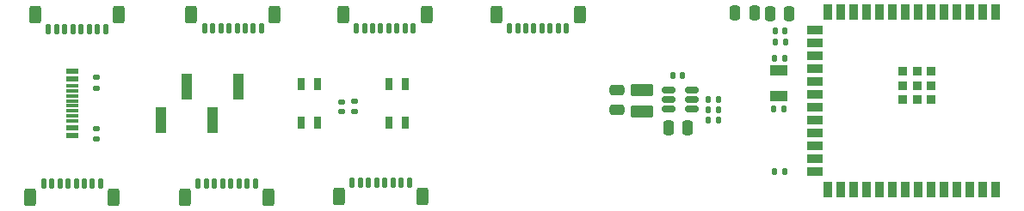
<source format=gbr>
%TF.GenerationSoftware,KiCad,Pcbnew,7.0.10+1*%
%TF.CreationDate,2024-03-12T12:47:15+01:00*%
%TF.ProjectId,Receiver-A1,52656365-6976-4657-922d-41312e6b6963,rev?*%
%TF.SameCoordinates,Original*%
%TF.FileFunction,Paste,Top*%
%TF.FilePolarity,Positive*%
%FSLAX46Y46*%
G04 Gerber Fmt 4.6, Leading zero omitted, Abs format (unit mm)*
G04 Created by KiCad (PCBNEW 7.0.10+1) date 2024-03-12 12:47:15*
%MOMM*%
%LPD*%
G01*
G04 APERTURE LIST*
G04 Aperture macros list*
%AMRoundRect*
0 Rectangle with rounded corners*
0 $1 Rounding radius*
0 $2 $3 $4 $5 $6 $7 $8 $9 X,Y pos of 4 corners*
0 Add a 4 corners polygon primitive as box body*
4,1,4,$2,$3,$4,$5,$6,$7,$8,$9,$2,$3,0*
0 Add four circle primitives for the rounded corners*
1,1,$1+$1,$2,$3*
1,1,$1+$1,$4,$5*
1,1,$1+$1,$6,$7*
1,1,$1+$1,$8,$9*
0 Add four rect primitives between the rounded corners*
20,1,$1+$1,$2,$3,$4,$5,0*
20,1,$1+$1,$4,$5,$6,$7,0*
20,1,$1+$1,$6,$7,$8,$9,0*
20,1,$1+$1,$8,$9,$2,$3,0*%
G04 Aperture macros list end*
%ADD10RoundRect,0.125000X0.125000X0.425000X-0.125000X0.425000X-0.125000X-0.425000X0.125000X-0.425000X0*%
%ADD11RoundRect,0.250000X0.350000X0.600000X-0.350000X0.600000X-0.350000X-0.600000X0.350000X-0.600000X0*%
%ADD12RoundRect,0.140000X-0.170000X0.140000X-0.170000X-0.140000X0.170000X-0.140000X0.170000X0.140000X0*%
%ADD13RoundRect,0.250000X0.475000X-0.250000X0.475000X0.250000X-0.475000X0.250000X-0.475000X-0.250000X0*%
%ADD14RoundRect,0.250000X-0.350000X-0.600000X0.350000X-0.600000X0.350000X0.600000X-0.350000X0.600000X0*%
%ADD15RoundRect,0.125000X-0.125000X-0.425000X0.125000X-0.425000X0.125000X0.425000X-0.125000X0.425000X0*%
%ADD16RoundRect,0.140000X-0.140000X-0.170000X0.140000X-0.170000X0.140000X0.170000X-0.140000X0.170000X0*%
%ADD17RoundRect,0.250000X0.250000X0.475000X-0.250000X0.475000X-0.250000X-0.475000X0.250000X-0.475000X0*%
%ADD18RoundRect,0.250000X0.850000X-0.375000X0.850000X0.375000X-0.850000X0.375000X-0.850000X-0.375000X0*%
%ADD19RoundRect,0.135000X0.135000X0.185000X-0.135000X0.185000X-0.135000X-0.185000X0.135000X-0.185000X0*%
%ADD20RoundRect,0.135000X-0.185000X0.135000X-0.185000X-0.135000X0.185000X-0.135000X0.185000X0.135000X0*%
%ADD21RoundRect,0.150000X-0.512500X-0.150000X0.512500X-0.150000X0.512500X0.150000X-0.512500X0.150000X0*%
%ADD22R,1.150000X0.600000*%
%ADD23R,1.150000X0.300000*%
%ADD24RoundRect,0.140000X0.140000X0.170000X-0.140000X0.170000X-0.140000X-0.170000X0.140000X-0.170000X0*%
%ADD25R,0.800000X1.225000*%
%ADD26RoundRect,0.250000X-0.250000X-0.475000X0.250000X-0.475000X0.250000X0.475000X-0.250000X0.475000X0*%
%ADD27RoundRect,0.135000X-0.135000X-0.185000X0.135000X-0.185000X0.135000X0.185000X-0.135000X0.185000X0*%
%ADD28R,1.800000X1.000000*%
%ADD29R,1.000000X2.510000*%
%ADD30R,0.900000X1.500000*%
%ADD31R,1.500000X0.900000*%
%ADD32R,0.900000X0.900000*%
%ADD33RoundRect,0.135000X0.185000X-0.135000X0.185000X0.135000X-0.185000X0.135000X-0.185000X-0.135000X0*%
G04 APERTURE END LIST*
D10*
%TO.C,J1*%
X90625000Y-68795000D03*
X89825000Y-68795000D03*
X89025000Y-68795000D03*
X88225000Y-68795000D03*
X87425000Y-68795000D03*
X86625000Y-68795000D03*
X85825000Y-68795000D03*
X85025000Y-68795000D03*
D11*
X91925000Y-70195000D03*
X83725000Y-70195000D03*
%TD*%
D12*
%TO.C,C3*%
X84005000Y-60835000D03*
X84005000Y-61795000D03*
%TD*%
D13*
%TO.C,C7*%
X111085000Y-59695000D03*
X111085000Y-61595000D03*
%TD*%
D14*
%TO.C,J2*%
X92325000Y-52225000D03*
X84125000Y-52225000D03*
D15*
X91025000Y-53625000D03*
X90225000Y-53625000D03*
X89425000Y-53625000D03*
X88625000Y-53625000D03*
X87825000Y-53625000D03*
X87025000Y-53625000D03*
X86225000Y-53625000D03*
X85425000Y-53625000D03*
%TD*%
D16*
%TO.C,C5*%
X126635000Y-53875000D03*
X127595000Y-53875000D03*
%TD*%
D17*
%TO.C,C6*%
X116125000Y-63415000D03*
X118025000Y-63415000D03*
%TD*%
D18*
%TO.C,L1*%
X113565000Y-59680000D03*
X113565000Y-61830000D03*
%TD*%
D19*
%TO.C,R5*%
X127585000Y-67695000D03*
X126565000Y-67695000D03*
%TD*%
D20*
%TO.C,R1*%
X85215000Y-60785000D03*
X85215000Y-61805000D03*
%TD*%
D21*
%TO.C,U1*%
X118422500Y-59685000D03*
X118422500Y-60635000D03*
X118422500Y-61585000D03*
X116147500Y-61585000D03*
X116147500Y-60635000D03*
X116147500Y-59685000D03*
%TD*%
D19*
%TO.C,R4*%
X127655000Y-54925000D03*
X126635000Y-54925000D03*
%TD*%
D22*
%TO.C,J6*%
X57445000Y-57800000D03*
X57445000Y-58600000D03*
D23*
X57440000Y-59750000D03*
X57440000Y-60750000D03*
X57440000Y-61250000D03*
X57440000Y-59250000D03*
D22*
X57445000Y-63400000D03*
X57445000Y-64200000D03*
D23*
X57440000Y-62750000D03*
X57440000Y-61750000D03*
X57440000Y-60250000D03*
X57440000Y-62250000D03*
%TD*%
D24*
%TO.C,C1*%
X127565000Y-56515000D03*
X126605000Y-56515000D03*
%TD*%
D25*
%TO.C,SW1*%
X79965000Y-62912500D03*
X79965000Y-59087500D03*
X81565000Y-62912500D03*
X81565000Y-59087500D03*
%TD*%
D26*
%TO.C,C14*%
X122675000Y-52105000D03*
X124575000Y-52105000D03*
%TD*%
%TO.C,C4*%
X126115000Y-52145000D03*
X128015000Y-52145000D03*
%TD*%
D27*
%TO.C,R7*%
X121070000Y-62640000D03*
X120050000Y-62640000D03*
%TD*%
D20*
%TO.C,R3*%
X59805000Y-58455000D03*
X59805000Y-59475000D03*
%TD*%
D10*
%TO.C,J3*%
X60265000Y-68875000D03*
X59465000Y-68875000D03*
X58665000Y-68875000D03*
X57865000Y-68875000D03*
X57065000Y-68875000D03*
X56265000Y-68875000D03*
X55465000Y-68875000D03*
X54665000Y-68875000D03*
D11*
X61565000Y-70275000D03*
X53365000Y-70275000D03*
%TD*%
D15*
%TO.C,J7*%
X55145000Y-53675000D03*
X55945000Y-53675000D03*
X56745000Y-53675000D03*
X57545000Y-53675000D03*
X58345000Y-53675000D03*
X59145000Y-53675000D03*
X59945000Y-53675000D03*
X60745000Y-53675000D03*
D14*
X53845000Y-52275000D03*
X62045000Y-52275000D03*
%TD*%
D25*
%TO.C,SW2*%
X88655000Y-62912500D03*
X88655000Y-59087500D03*
X90255000Y-62912500D03*
X90255000Y-59087500D03*
%TD*%
D28*
%TO.C,Y1*%
X126985000Y-60275000D03*
X126985000Y-57775000D03*
%TD*%
D29*
%TO.C,J8*%
X66190000Y-62655000D03*
X68730000Y-59345000D03*
X71270000Y-62655000D03*
X73810000Y-59345000D03*
%TD*%
D16*
%TO.C,C8*%
X117525000Y-58265000D03*
X116565000Y-58265000D03*
%TD*%
D19*
%TO.C,R6*%
X120055000Y-60595000D03*
X121075000Y-60595000D03*
%TD*%
D30*
%TO.C,U2*%
X148310000Y-51990000D03*
X147040000Y-51990000D03*
X145770000Y-51990000D03*
X144500000Y-51990000D03*
X143230000Y-51990000D03*
X141960000Y-51990000D03*
X140690000Y-51990000D03*
X139420000Y-51990000D03*
X138150000Y-51990000D03*
X136880000Y-51990000D03*
X135610000Y-51990000D03*
X134340000Y-51990000D03*
X133070000Y-51990000D03*
X131800000Y-51990000D03*
D31*
X130550000Y-53755000D03*
X130550000Y-55025000D03*
X130550000Y-56295000D03*
X130550000Y-57565000D03*
X130550000Y-58835000D03*
X130550000Y-60105000D03*
X130550000Y-61375000D03*
X130550000Y-62645000D03*
X130550000Y-63915000D03*
X130550000Y-65185000D03*
X130550000Y-66455000D03*
X130550000Y-67725000D03*
D30*
X131800000Y-69490000D03*
X133070000Y-69490000D03*
X134340000Y-69490000D03*
X135610000Y-69490000D03*
X136880000Y-69490000D03*
X138150000Y-69490000D03*
X139420000Y-69490000D03*
X140690000Y-69490000D03*
X141960000Y-69490000D03*
X143230000Y-69490000D03*
X144500000Y-69490000D03*
X145770000Y-69490000D03*
X147040000Y-69490000D03*
X148310000Y-69490000D03*
D32*
X141990000Y-57840000D03*
X140590000Y-57840000D03*
X139190000Y-57840000D03*
X139190000Y-57840000D03*
X141990000Y-59240000D03*
X141990000Y-59240000D03*
X140590000Y-59240000D03*
X139190000Y-59240000D03*
X141990000Y-60640000D03*
X140590000Y-60640000D03*
X139190000Y-60640000D03*
%TD*%
D10*
%TO.C,J4*%
X75475000Y-68875000D03*
X74675000Y-68875000D03*
X73875000Y-68875000D03*
X73075000Y-68875000D03*
X72275000Y-68875000D03*
X71475000Y-68875000D03*
X70675000Y-68875000D03*
X69875000Y-68875000D03*
D11*
X76775000Y-70275000D03*
X68575000Y-70275000D03*
%TD*%
D16*
%TO.C,C2*%
X126505000Y-61545000D03*
X127465000Y-61545000D03*
%TD*%
D15*
%TO.C,J9*%
X100495000Y-53605000D03*
X101295000Y-53605000D03*
X102095000Y-53605000D03*
X102895000Y-53605000D03*
X103695000Y-53605000D03*
X104495000Y-53605000D03*
X105295000Y-53605000D03*
X106095000Y-53605000D03*
D14*
X99195000Y-52205000D03*
X107395000Y-52205000D03*
%TD*%
D27*
%TO.C,R8*%
X121075000Y-61615000D03*
X120055000Y-61615000D03*
%TD*%
D33*
%TO.C,R2*%
X59815000Y-64525000D03*
X59815000Y-63505000D03*
%TD*%
D15*
%TO.C,J5*%
X70495000Y-53595000D03*
X71295000Y-53595000D03*
X72095000Y-53595000D03*
X72895000Y-53595000D03*
X73695000Y-53595000D03*
X74495000Y-53595000D03*
X75295000Y-53595000D03*
X76095000Y-53595000D03*
D14*
X69195000Y-52195000D03*
X77395000Y-52195000D03*
%TD*%
M02*

</source>
